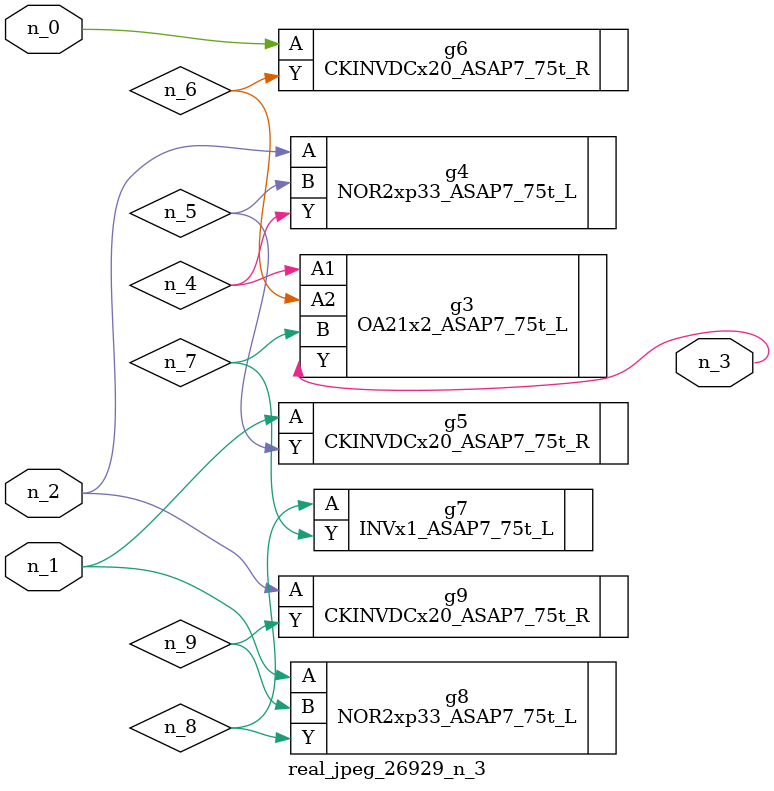
<source format=v>
module real_jpeg_26929_n_3 (n_1, n_0, n_2, n_3);

input n_1;
input n_0;
input n_2;

output n_3;

wire n_5;
wire n_4;
wire n_8;
wire n_6;
wire n_7;
wire n_9;

CKINVDCx20_ASAP7_75t_R g6 ( 
.A(n_0),
.Y(n_6)
);

CKINVDCx20_ASAP7_75t_R g5 ( 
.A(n_1),
.Y(n_5)
);

NOR2xp33_ASAP7_75t_L g8 ( 
.A(n_1),
.B(n_9),
.Y(n_8)
);

NOR2xp33_ASAP7_75t_L g4 ( 
.A(n_2),
.B(n_5),
.Y(n_4)
);

CKINVDCx20_ASAP7_75t_R g9 ( 
.A(n_2),
.Y(n_9)
);

OA21x2_ASAP7_75t_L g3 ( 
.A1(n_4),
.A2(n_6),
.B(n_7),
.Y(n_3)
);

INVx1_ASAP7_75t_L g7 ( 
.A(n_8),
.Y(n_7)
);


endmodule
</source>
